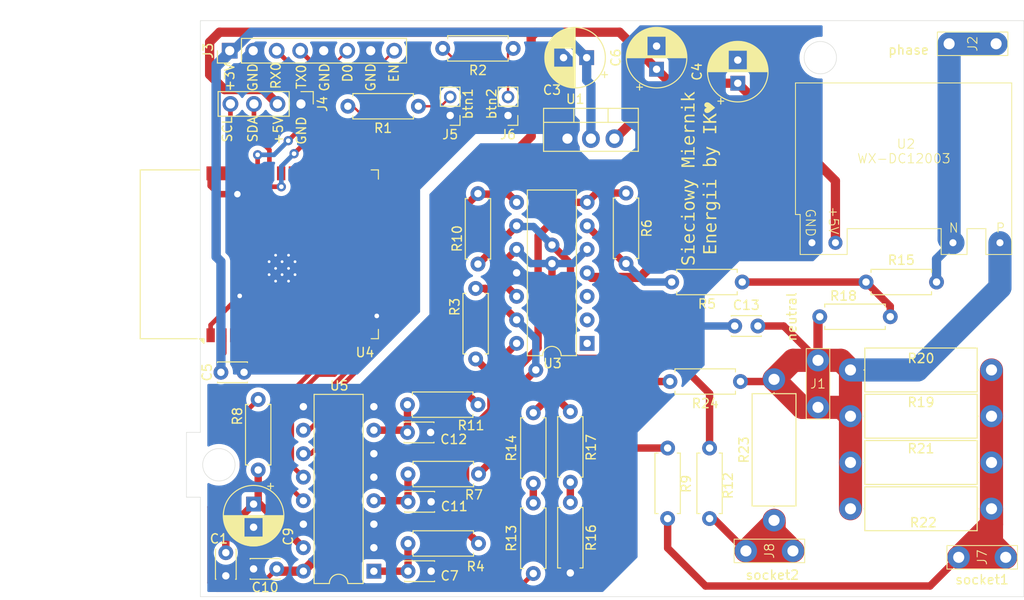
<source format=kicad_pcb>
(kicad_pcb (version 20240108) (generator "pcbnew") (generator_version "8.0")
  (layers (0 "F.Cu" signal) (31 "B.Cu" signal) (34 "B.Paste" user) (35 "F.Paste" user) (36 "B.SilkS" user "B.Silkscreen") (37 "F.SilkS" user "F.Silkscreen") (38 "B.Mask" user) (39 "F.Mask" user) (44 "Edge.Cuts" user))
  (net 0 "")
  (net 1 "+5V")
  (net 2 "+3V3")
  (net 3 "/signal_V")
  (net 4 "Net-(U5-Vref)")
  (net 5 "/signal_I1")
  (net 6 "/signal_I2")
  (net 7 "/neutral")
  (net 8 "/phase")
  (net 9 "/RXD0")
  (net 10 "/TXD0")
  (net 11 "/GPIO0")
  (net 12 "/EN")
  (net 13 "/I2C_SCL")
  (net 14 "/I2C_SDA")
  (net 15 "Net-(J5-Pin_2)")
  (net 16 "Net-(J6-Pin_2)")
  (net 17 "/shunt_I1")
  (net 18 "/shunt_I2")
  (net 19 "/btn_1")
  (net 20 "/btn_2")
  (net 21 "Net-(R3-Pad2)")
  (net 22 "/shunt_V")
  (net 23 "Net-(R6-Pad2)")
  (net 24 "Net-(U3B--)")
  (net 25 "Net-(R10-Pad2)")
  (net 26 "Net-(R13-Pad2)")
  (net 27 "/shifted_neutral")
  (net 28 "Net-(R16-Pad2)")
  (net 31 "/SPI_MISO")
  (net 34 "/ADC_CS")
  (net 36 "/SPI_CLK")
  (net 47 "/SPI_MOSI")
  (net 55 "Net-(U3C--)")
  (net 56 "Net-(U3D--)")
  (net 57 "GNDA")
  (footprint "Resistor_THT:R_Axial_DIN0207_L6.3mm_D2.5mm_P7.62mm_Horizontal" (layer "F.Cu") (at 143.75 106.06 90)
    (property "Reference" "R8")
    (property "Value" "1k")
  )
  (footprint "Resistor_THT:R_Axial_DIN0207_L6.3mm_D2.5mm_P7.62mm_Horizontal" (layer "F.Cu") (at 167.5 83.81 90)
    (property "Reference" "R10")
    (property "Value" "511k")
  )
  (footprint "custom:spade_connector_6.3_0.8" (layer "F.Cu") (at 221.996 115.5)
    (property "Reference" "J7")
    (property "Value" "socket_1")
  )
  (footprint "RF_Module:ESP32-WROOM-32D" (layer "F.Cu") (at 146.86 82.75 90)
    (property "Reference" "U4")
    (property "Value" "ESP32-WROOM-32E")
  )
  (footprint "Resistor_THT:R_Axial_DIN0207_L6.3mm_D2.5mm_P7.62mm_Horizontal" (layer "F.Cu") (at 167.25 86.44 -90)
    (property "Reference" "R3")
    (property "Value" "511k")
  )
  (footprint "Capacitor_THT:C_Disc_D3.0mm_W2.0mm_P2.50mm" (layer "F.Cu") (at 159.88 102)
    (property "Reference" "C12")
    (property "Value" "22n")
  )
  (footprint "Resistor_THT:R_Axial_DIN0207_L6.3mm_D2.5mm_P7.62mm_Horizontal" (layer "F.Cu") (at 167.56 114 180)
    (property "Reference" "R4")
    (property "Value" "220")
  )
  (footprint "Capacitor_THT:C_Disc_D3.0mm_W2.0mm_P2.50mm" (layer "F.Cu") (at 159.94 109.5)
    (property "Reference" "C11")
    (property "Value" "22n")
  )
  (footprint "Resistor_THT:R_Axial_DIN0414_L11.9mm_D4.5mm_P15.24mm_Horizontal" (layer "F.Cu") (at 199.5 96.266 -90)
    (property "Reference" "R23")
    (property "Value" "0R1")
  )
  (footprint "Package_DIP:DIP-14_W7.62mm" (layer "F.Cu") (at 179.3 92.375 180)
    (property "Reference" "U3")
    (property "Value" "MCP604")
  )
  (footprint "Connector_PinHeader_2.54mm:PinHeader_1x08_P2.54mm_Vertical" (layer "F.Cu") (at 140.67 60.75 90)
    (property "Reference" "J3")
    (property "Value" "PROGRAMMING")
  )
  (footprint "Resistor_THT:R_Axial_DIN0414_L11.9mm_D4.5mm_P15.24mm_Horizontal" (layer "F.Cu") (at 207.76 105.25)
    (property "Reference" "R21")
    (property "Value" "0R1")
  )
  (footprint "custom:spade_connector_6.3_0.8" (layer "F.Cu") (at 199 114.808)
    (property "Reference" "J8")
    (property "Value" "socket_2")
  )
  (footprint "Capacitor_THT:C_Disc_D3.0mm_W2.0mm_P2.50mm" (layer "F.Cu") (at 195.25 90.5)
    (property "Reference" "C13")
    (property "Value" "22n")
  )
  (footprint "Capacitor_THT:C_Disc_D3.0mm_W2.0mm_P2.50mm" (layer "F.Cu") (at 140.25 117.5 90)
    (property "Reference" "C1")
    (property "Value" "10n")
  )
  (footprint "Resistor_THT:R_Axial_DIN0207_L6.3mm_D2.5mm_P7.62mm_Horizontal" (layer "F.Cu") (at 177.482 107.38 90)
    (property "Reference" "R17")
    (property "Value" "511k")
  )
  (footprint "Resistor_THT:R_Axial_DIN0207_L6.3mm_D2.5mm_P7.62mm_Horizontal" (layer "F.Cu") (at 192.532 111.31 90)
    (property "Reference" "R12")
    (property "Value" "100k")
  )
  (footprint "Resistor_THT:R_Axial_DIN0207_L6.3mm_D2.5mm_P7.62mm_Horizontal" (layer "F.Cu") (at 171.31 60.5 180)
    (property "Reference" "R2")
    (property "Value" "220R")
  )
  (footprint "Resistor_THT:R_Axial_DIN0207_L6.3mm_D2.5mm_P7.62mm_Horizontal" (layer "F.Cu") (at 209.44 85.75)
    (property "Reference" "R15")
    (property "Value" "220k")
  )
  (footprint "Connector_PinHeader_2.00mm:PinHeader_1x02_P2.00mm_Vertical" (layer "F.Cu") (at 164.5 67.75 180)
    (property "Reference" "J5")
    (property "Value" "BTN1")
  )
  (footprint "Resistor_THT:R_Axial_DIN0207_L6.3mm_D2.5mm_P7.62mm_Horizontal" (layer "F.Cu") (at 195.87 96.5 180)
    (property "Reference" "R24")
    (property "Value" "100k")
  )
  (footprint "Resistor_THT:R_Axial_DIN0414_L11.9mm_D4.5mm_P15.24mm_Horizontal" (layer "F.Cu") (at 207.76 95.25)
    (property "Reference" "R20")
    (property "Value" "0R1")
  )
  (footprint "custom:spade_connector_6.3_0.8" (layer "F.Cu") (at 220.96 60)
    (property "Reference" "J2")
    (property "Value" "phase")
  )
  (footprint "Resistor_THT:R_Axial_DIN0207_L6.3mm_D2.5mm_P7.62mm_Horizontal" (layer "F.Cu") (at 167.5 99 180)
    (property "Reference" "R11")
    (property "Value" "220")
  )
  (footprint "Resistor_THT:R_Axial_DIN0207_L6.3mm_D2.5mm_P7.62mm_Horizontal" (layer "F.Cu") (at 196.06 85.75 180)
    (property "Reference" "R5")
    (property "Value" "100k")
  )
  (footprint "Resistor_THT:R_Axial_DIN0414_L11.9mm_D4.5mm_P15.24mm_Horizontal" (layer "F.Cu") (at 207.76 100.25)
    (property "Reference" "R19")
    (property "Value" "0R1")
  )
  (footprint "Capacitor_THT:CP_Radial_D6.3mm_P2.50mm" (layer "F.Cu") (at 143.25 109.75 -90)
    (property "Reference" "C9")
    (property "Value" "2u2")
  )
  (footprint "Capacitor_THT:CP_Radial_D6.3mm_P2.50mm" (layer "F.Cu") (at 186.804 62.75 90)
    (property "Reference" "C6")
    (property "Value" "33u")
  )
  (footprint "Resistor_THT:R_Axial_DIN0207_L6.3mm_D2.5mm_P7.62mm_Horizontal" (layer "F.Cu") (at 161.06 66.75 180)
    (property "Reference" "R1")
    (property "Value" "220R")
  )
  (footprint "Capacitor_THT:CP_Radial_D6.3mm_P2.50mm" (layer "F.Cu") (at 195.58 64.262 90)
    (property "Reference" "C4")
    (property "Value" "470u")
  )
  (footprint "Resistor_THT:R_Axial_DIN0207_L6.3mm_D2.5mm_P7.62mm_Horizontal" (layer "F.Cu") (at 177.482 117.19 90)
    (property "Reference" "R16")
    (property "Value" "511k")
  )
  (footprint "Connector_PinHeader_2.54mm:PinHeader_1x04_P2.54mm_Vertical" (layer "F.Cu") (at 148.37 66.5 -90)
    (property "Reference" "J4")
    (property "Value" "I2C")
  )
  (footprint "Resistor_THT:R_Axial_DIN0207_L6.3mm_D2.5mm_P7.62mm_Horizontal" (layer "F.Cu") (at 173.482 107.5 90)
    (property "Reference" "R14")
    (property "Value" "511k")
  )
  (footprint "Resistor_THT:R_Axial_DIN0207_L6.3mm_D2.5mm_P7.62mm_Horizontal" (layer "F.Cu") (at 188 111.31 90)
    (property "Reference" "R9")
    (property "Value" "100k")
  )
  (footprint "Capacitor_THT:C_Disc_D3.0mm_W2.0mm_P2.50mm" (layer "F.Cu") (at 139.72 95.504)
    (property "Reference" "C5")
    (property "Value" "100n")
  )
  (footprint "Resistor_THT:R_Axial_DIN0207_L6.3mm_D2.5mm_P7.62mm_Horizontal" (layer "F.Cu") (at 183.5 83.75 90)
    (property "Reference" "R6")
    (property "Value" "511k")
  )
  (footprint "Package_TO_SOT_THT:TO-220-3_Vertical" (layer "F.Cu") (at 177.17 70.25)
    (property "Reference" "U1")
    (property "Value" "LD1117S33TR_SOT223")
  )
  (footprint "Capacitor_THT:C_Disc_D3.0mm_W2.0mm_P2.50mm" (layer "F.Cu") (at 159.94 117)
    (property "Reference" "C7")
    (property "Value" "22n")
  )
  (footprint "custom:spade_connector_6.3_0.8" (layer "F.Cu") (at 204.25 96.75 -90)
    (property "Reference" "J1")
    (property "Value" "neutral")
  )
  (footprint "Capacitor_THT:C_Disc_D3.0mm_W2.0mm_P2.50mm" (layer "F.Cu") (at 145.75 116.75 180)
    (property "Reference" "C10")
    (property "Value" "100n")
  )
  (footprint "Capacitor_THT:CP_Radial_D6.3mm_P2.50mm" (layer "F.Cu") (at 179.25 61.5 180)
    (property "Reference" "C3")
    (property "Value" "47u")
  )
  (footprint "Resistor_THT:R_Axial_DIN0414_L11.9mm_D4.5mm_P15.24mm_Horizontal" (layer "F.Cu") (at 207.76 110.25)
    (property "Reference" "R22")
    (property "Value" "0R1")
  )
  (footprint "Package_DIP:DIP-16_W7.62mm" (layer "F.Cu") (at 156.25 117 180)
    (property "Reference" "U5")
    (property "Value" "MCP3208")
  )
  (footprint "Resistor_THT:R_Axial_DIN0207_L6.3mm_D2.5mm_P7.62mm_Horizontal" (layer "F.Cu") (at 167.56 106.5 180)
    (property "Reference" "R7")
    (property "Value" "220")
  )
  (footprint "Resistor_THT:R_Axial_DIN0207_L6.3mm_D2.5mm_P7.62mm_Horizontal" (layer "F.Cu") (at 173.482 117.25 90)
    (property "Reference" "R13")
    (property "Value" "511k")
  )
  (footprint "custom:WX-DC12003" (layer "F.Cu") (at 203.594 81.501)
    (property "Reference" "U2")
    (property "Value" "~")
  )
  (footprint "Connector_PinHeader_2.00mm:PinHeader_1x02_P2.00mm_Vertical" (layer "F.Cu") (at 170.75 67.75 180)
    (property "Reference" "J6")
    (property "Value" "BTN2")
  )
  (footprint "Resistor_THT:R_Axial_DIN0207_L6.3mm_D2.5mm_P7.62mm_Horizontal" (layer "F.Cu") (at 204.44 89.5)
    (property "Reference" "R18")
    (property "Value" "301R")
  )
  (gr_line (start 136 102) (end 136 109) (stroke (width 0.05)) (layer "Edge.Cuts"))
  (gr_line (start 226.5 119.75) (end 226.5 57.5) (stroke (width 0.05)) (layer "Edge.Cuts"))
  (gr_circle (center 139.5 105.5) (end 141.25 105.5) (stroke (width 0.05)) (fill none) (layer "Edge.Cuts"))
  (gr_line (start 137.5 102) (end 136 102) (stroke (width 0.05)) (layer "Edge.Cuts"))
  (gr_line (start 136 109) (end 137.5 109) (stroke (width 0.05)) (layer "Edge.Cuts"))
  (gr_line (start 137.5 119.75) (end 226.5 119.75) (stroke (width 0.05)) (layer "Edge.Cuts"))
  (gr_line (start 137.5 109) (end 137.5 119.75) (stroke (width 0.05)) (layer "Edge.Cuts"))
  (gr_line (start 137.5 57.5) (end 137.5 102) (stroke (width 0.05)) (layer "Edge.Cuts"))
  (gr_circle (center 204.5 61.5) (end 202.75 61.5) (stroke (width 0.05)) (fill none) (layer "Edge.Cuts"))
  (gr_line (start 137.5 57.5) (end 226.5 57.5) (stroke (width 0.05)) (layer "Edge.Cuts"))
  (gr_text "btn2" (at 169.56 68.25 90) (layer "F.SilkS") (effects (font (size 1 1)) (justify left bottom)))
  (gr_text "socket2" (at 196.342 118 0) (layer "F.SilkS") (effects (font (size 1 1)) (justify left bottom)))
  (gr_text "+3V" (at 141.25 65.25 90) (layer "F.SilkS") (effects (font (size 1 1)) (justify left bottom)))
  (gr_text "GND" (at 143.75 65.25 90) (layer "F.SilkS") (effects (font (size 1 1)) (justify left bottom)))
  (gr_text "phase" (at 211.75 61.25 0) (layer "F.SilkS") (effects (font (size 1 1)) (justify left bottom)))
  (gr_text "neutral" (at 202 92.25 90) (layer "F.SilkS") (effects (font (size 1 1)) (justify left bottom)))
  (gr_text "GND" (at 151.5 65.25 90) (layer "F.SilkS") (effects (font (size 1 1)) (justify left bottom)))
  (gr_text "EN" (at 159 64.25 90) (layer "F.SilkS") (effects (font (size 1 1)) (justify left bottom)))
  (gr_text "SCL" (at 141 70.75 90) (layer "F.SilkS") (effects (font (size 1 1)) (justify left bottom)))
  (gr_text "SDA" (at 143.75 70.75 90) (layer "F.SilkS") (effects (font (size 1 1)) (justify left bottom)))
  (gr_text "D0" (at 154 64.25 90) (layer "F.SilkS") (effects (font (size 1 1)) (justify left bottom)))
  (gr_text "Sieciowy Miernik\n Energii by IK♥" (at 193.5 84 90) (layer "F.SilkS") (effects (font (size 1.4 1.4) (thickness 0.1)) (justify left bottom)))
  (gr_text "GND" (at 156.5 65.25 90) (layer "F.SilkS") (effects (font (size 1 1)) (justify left bottom)))
  (gr_text "btn1" (at 167 68.25 90) (layer "F.SilkS") (effects (font (size 1 1)) (justify left bottom)))
  (gr_text "TX0" (at 149 65 90) (layer "F.SilkS") (effects (font (size 1 1)) (justify left bottom)))
  (gr_text "socket1" (at 219 118.5 0) (layer "F.SilkS") (effects (font (size 1 1)) (justify left bottom)))
  (gr_text "+5V" (at 146.5 71 90) (layer "F.SilkS") (effects (font (size 1 1)) (justify left bottom)))
  (gr_text "RX0" (at 146.25 65 90) (layer "F.SilkS") (effects (font (size 1 1)) (justify left bottom)))
  (gr_text "GND" (at 149 71 90) (layer "F.SilkS") (effects (font (size 1 1)) (justify left bottom)))
  (segment (start 143.5 119) (end 139.25 119) (width 0.5) (layer "F.Cu") (net 1))
  (segment (start 138.5 118.25) (end 138.5 110.046587) (width 0.5) (layer "F.Cu") (net 1))
  (segment (start 163 76.75) (end 163 92.25) (width 1) (layer "F.Cu") (net 1))
  (segment (start 139.57 58.75) (end 173.75 58.75) (width 1) (layer "F.Cu") (net 1))
  (segment (start 146 117) (end 145.75 116.75) (width 1) (layer "F.Cu") (net 1))
  (segment (start 158.75 96.5) (end 155.875 96.5) (width 1) (layer "F.Cu") (net 1))
  (segment (start 173.75 58.75) (end 173.25 59.25) (width 1) (layer "F.Cu") (net 1))
  (segment (start 148.63 117) (end 146 117) (width 1) (layer "F.Cu") (net 1))
  (segment (start 144.28 64.95) (end 140.107968 64.95) (width 1) (layer "F.Cu") (net 1))
  (segment (start 185 85.25) (end 186.5 83.75) (width 1) (layer "F.Cu") (net 1))
  (segment (start 173.75 58.75) (end 182.804 58.75) (width 1) (layer "F.Cu") (net 1))
  (segment (start 171.982 118.75) (end 173.482 117.25) (width 0.5) (layer "F.Cu") (net 1))
  (segment (start 145.75 116.75) (end 143.5 119) (width 0.5) (layer "F.Cu") (net 1))
  (segment (start 182.328 70.25) (end 186.539 66.039) (width 1) (layer "F.Cu") (net 1))
  (segment (start 145.83 66.5) (end 144.28 64.95) (width 1) (layer "F.Cu") (net 1))
  (segment (start 155.25 118.75) (end 171.982 118.75) (width 0.5) (layer "F.Cu") (net 1))
  (segment (start 195.58 64.262) (end 188.316 64.262) (width 1) (layer "F.Cu") (net 1))
  (segment (start 206.134 81.501) (end 206.134 74.816) (width 1) (layer "F.Cu") (net 1))
  (segment (start 142 106.546587) (end 142 100.19) (width 0.5) (layer "F.Cu") (net 1))
  (segment (start 153.5 98.875) (end 153.5 112.13) (width 1) (layer "F.Cu") (net 1))
  (segment (start 182.804 58.75) (end 186.804 62.75) (width 1) (layer "F.Cu") (net 1))
  (segment (start 142 100.19) (end 143.75 98.44) (width 0.5) (layer "F.Cu") (net 1))
  (segment (start 140.107968 64.95) (end 138.5 63.342032) (width 1) (layer "F.Cu") (net 1))
  (segment (start 138.5 59.82) (end 139.57 58.75) (width 1) (layer "F.Cu") (net 1))
  (segment (start 171 72.25) (end 167.5 72.25) (width 1) (layer "F.Cu") (net 1))
  (segment (start 186.5 83.75) (end 186.5 66.078) (width 1) (layer "F.Cu") (net 1))
  (segment (start 167.5 72.25) (end 163 76.75) (width 1) (layer "F.Cu") (net 1))
  (segment (start 163 92.25) (end 158.75 96.5) (width 1) (layer "F.Cu") (net 1))
  (segment (start 155.875 96.5) (end 153.5 98.875) (width 1) (layer "F.Cu") (net 1))
  (segment (start 179.3 84.755) (end 179.795 85.25) (width 1) (layer "F.Cu") (net 1))
  (segment (start 138.5 63.342032) (end 138.5 59.82) (width 1) (layer "F.Cu") (net 1))
  (segment (start 186.539 66.039) (end 188.316 64.262) (width 1) (layer "F.Cu") (net 1))
  (segment (start 173.25 70) (end 171 72.25) (width 1) (layer "F.Cu") (net 1))
  (segment (start 139.25 119) (end 138.5 118.25) (width 0.5) (layer "F.Cu") (net 1))
  (segment (start 173.25 59.25) (end 173.25 70) (width 1) (layer "F.Cu") (net 1))
  (segment (start 138.5 110.046587) (end 142 106.546587) (width 0.5) (layer "F.Cu") (net 1))
  (segment (start 153.5 117) (end 155.25 118.75) (width 0.5) (layer "F.Cu") (net 1))
  (segment (start 188.316 64.262) (end 186.804 62.75) (width 1) (layer "F.Cu") (net 1))
  (segment (start 206.134 74.816) (end 195.58 64.262) (width 1) (layer "F.Cu") (net 1))
  (segment (start 153.5 112.13) (end 148.63 117) (width 1) (layer "F.Cu") (net 1))
  (segment (start 182.25 70.25) (end 182.328 70.25) (width 1) (layer "F.Cu") (net 1))
  (segment (start 153.5 112.13) (end 153.5 117) (width 0.5) (layer "F.Cu") (net 1))
  (segment (start 179.795 85.25) (end 185 85.25) (width 1) (layer "F.Cu") (net 1))
  (segment (start 139.72 93.53) (end 139.88 93.37) (width 0.9) (layer "F.Cu") (net 2))
  (segment (start 139.88 93.37) (end 139.88 91.5) (width 0.9) (layer "F.Cu") (net 2))
  (segment (start 139.72 95.504) (end 139.72 93.53) (width 0.9) (layer "F.Cu") (net 2))
  (segment (start 139.2 62.22) (end 139.2 83.01) (width 1) (layer "B.Cu") (net 2))
  (segment (start 139.2 62.567968) (end 139.2 83.01) (width 1) (layer "B.Cu") (net 2))
  (segment (start 179.25 63.946) (end 179.25 61.5) (width 1) (layer "B.Cu") (net 2))
  (segment (start 179.71 64.406) (end 179.25 63.946) (width 1) (layer "B.Cu") (net 2))
  (segment (start 179.71 70.25) (end 179.71 64.406) (width 1) (layer "B.Cu") (net 2))
  (segment (start 140.67 60.75) (end 139.2 62.22) (width 1) (layer "B.Cu") (net 2))
  (segment (start 143.017968 58.75) (end 139.2 62.567968) (width 1) (layer "B.Cu") (net 2))
  (segment (start 139.72 83.53) (end 139.72 95.504) (width 1) (layer "B.Cu") (net 2))
  (segment (start 176.5 58.75) (end 143.017968 58.75) (width 1) (layer "B.Cu") (net 2))
  (segment (start 139.2 83.01) (end 139.72 83.53) (width 1) (layer "B.Cu") (net 2))
  (segment (start 179.25 61.5) (end 176.5 58.75) (width 1) (layer "B.Cu") (net 2))
  (segment (start 159.82 109.38) (end 159.94 109.5) (width 0.8) (layer "F.Cu") (net 3))
  (segment (start 156.25 109.38) (end 159.82 109.38) (width 0.8) (layer "F.Cu") (net 3))
  (segment (start 159.94 109.5) (end 159.94 106.5) (width 0.8) (layer "F.Cu") (net 3))
  (segment (start 143.75 109.25) (end 143.25 109.75) (width 0.8) (layer "F.Cu") (net 4))
  (segment (start 143.92 109.75) (end 148.63 114.46) (width 0.8) (layer "F.Cu") (net 4))
  (segment (start 143.75 106.06) (end 143.75 109.25) (width 0.8) (layer "F.Cu") (net 4))
  (segment (start 140.25 115) (end 140.25 112.75) (width 0.8) (layer "F.Cu") (net 4))
  (segment (start 140.25 112.75) (end 143.25 109.75) (width 0.8) (layer "F.Cu") (net 4))
  (segment (start 143.25 109.75) (end 143.92 109.75) (width 0.8) (layer "F.Cu") (net 4))
  (segment (start 156.25 117) (end 159.94 117) (width 0.8) (layer "F.Cu") (net 5))
  (segment (start 159.94 117) (end 159.94 114) (width 0.8) (layer "F.Cu") (net 5))
  (segment (start 159.64 101.76) (end 159.88 102) (width 0.8) (layer "F.Cu") (net 6))
  (segment (start 156.25 101.76) (end 159.64 101.76) (width 0.8) (layer "F.Cu") (net 6))
  (segment (start 159.88 102) (end 159.88 99) (width 0.8) (layer "F.Cu") (net 6))
  (segment (start 207.76 100.25) (end 207.76 105.25) (width 2.5) (layer "F.Cu") (net 7))
  (segment (start 204.25 94.21) (end 204.25 89.69) (width 1) (layer "F.Cu") (net 7))
  (segment (start 199.266 96.5) (end 199.5 96.266) (width 0.8) (layer "F.Cu") (net 7))
  (segment (start 204.25 94.21) (end 201.556 94.21) (width 2.5) (layer "F.Cu") (net 7))
  (segment (start 204.25 94.21) (end 200.54 90.5) (width 0.8) (layer "F.Cu") (net 7))
  (segment (start 206.8 99.29) (end 207.76 100.25) (width 2.5) (layer "F.Cu") (net 7))
  (segment (start 195.87 96.5) (end 199.266 96.5) (width 0.8) (layer "F.Cu") (net 7))
  (segment (start 204.25 89.69) (end 204.44 89.5) (width 1) (layer "F.Cu") (net 7))
  (segment (start 207.76 105.25) (end 207.76 110.25) (width 2.5) (layer "F.Cu") (net 7))
  (segment (start 204.25 94.21) (end 204.25 99.29) (width 2.5) (layer "F.Cu") (net 7))
  (segment (start 204.25 99.29) (end 202.524 99.29) (width 2.5) (layer "F.Cu") (net 7))
  (segment (start 201.556 94.21) (end 199.5 96.266) (width 2.5) (layer "F.Cu") (net 7))
  (segment (start 207.76 95.25) (end 207.76 100.25) (width 2.5) (layer "F.Cu") (net 7))
  (segment (start 204.25 99.29) (end 206.8 99.29) (width 2.5) (layer "F.Cu") (net 7))
  (segment (start 202.524 99.29) (end 199.5 96.266) (width 2.5) (layer "F.Cu") (net 7))
  (segment (start 204.25 94.21) (end 206.72 94.21) (width 2.5) (layer "F.Cu") (net 7))
  (segment (start 200.54 90.5) (end 197.75 90.5) (width 0.8) (layer "F.Cu") (net 7))
  (segment (start 206.72 94.21) (end 207.76 95.25) (width 2.5) (layer "F.Cu") (net 7))
  (segment (start 215 95.25) (end 223.914 86.336) (width 2.5) (layer "B.Cu") (net 7))
  (segment (start 223.914 86.336) (end 223.914 81.501) (width 2.5) (layer "B.Cu") (net 7))
  (segment (start 207.76 95.25) (end 215 95.25) (width 2.5) (layer "B.Cu") (net 7))
  (segment (start 218.42 60) (end 218.42 81.087) (width 2.5) (layer "B.Cu") (net 8))
  (segment (start 217.06 85.75) (end 217.06 83.275) (width 1) (layer "B.Cu") (net 8))
  (segment (start 223.5 60) (end 218.42 60) (width 2.5) (layer "B.Cu") (net 8))
  (segment (start 218.42 81.087) (end 218.834 81.501) (width 2.5) (layer "B.Cu") (net 8))
  (segment (start 217.06 83.275) (end 218.834 81.501) (width 1) (layer "B.Cu") (net 8))
  (segment (start 143.69 72) (end 143.69 74) (width 0.5) (layer "F.Cu") (net 9))
  (segment (start 147 70.47) (end 149.97 67.5) (width 0.5) (layer "F.Cu") (net 9))
  (segment (start 149.97 67.5) (end 149.975 67.5) (width 0.5) (layer "F.Cu") (net 9))
  (segment (start 149.975 67.5) (end 149.975 64.975) (width 0.5) (layer "F.Cu") (net 9))
  (segment (start 149.975 64.975) (end 145.75 60.75) (width 0.5) (layer "F.Cu") (net 9))
  (via (at 147 70.47) (size 1) (drill 0.5) (layers "F.Cu" "B.Cu") (net 9))
  (via (at 143.69 72) (size 1) (drill 0.5) (layers "F.Cu" "B.Cu") (net 9))
  (segment (start 145.47 72) (end 143.69 72) (width 0.5) (layer "B.Cu") (net 9))
  (segment (start 147 70.47) (end 145.47 72) (width 0.5) (layer "B.Cu") (net 9))
  (segment (start 150.675 63.135) (end 148.29 60.75) (width 0.5) (layer "F.Cu") (net 10))
  (segment (start 143.040002 75.450002) (end 142.42 74.83) (width 0.5) (layer "F.Cu") (net 10))
  (segment (start 146.25 75.450002) (end 143.040002 75.450002) (width 0.5) (layer "F.Cu") (net 10))
  (segment (start 150.675 68.825) (end 150.675 63.135) (width 0.5) (layer "F.Cu") (net 10))
  (segment (start 142.42 74.83) (end 142.42 74) (width 0.5) (layer "F.Cu") (net 10))
  (segment (start 147.625 71.875) (end 150.675 68.825) (width 0.5) (layer "F.Cu") (net 10))
  (via (at 146.25 75.450002) (size 1) (drill 0.5) (layers "F.Cu" "B.Cu") (net 10))
  (via (at 147.625 71.875) (size 1) (drill 0.5) (layers "F.Cu" "B.Cu") (net 10))
  (segment (start 146.25 73.25) (end 146.25 75.450002) (width 0.5) (layer "B.Cu") (net 10))
  (segment (start 147.625 71.875) (end 146.25 73.25) (width 0.5) (layer "B.Cu") (net 10))
  (segment (start 151.25 69.13) (end 155.12 73) (width 0.25) (layer "F.Cu") (net 11))
  (segment (start 153.37 60.75) (end 151.25 62.87) (width 0.25) (layer "F.Cu") (net 11))
  (segment (start 155.12 73) (end 155.12 74) (width 0.25) (layer "F.Cu") (net 11))
  (segment (start 151.25 62.87) (end 151.25 69.13) (width 0.25) (layer "F.Cu") (net 11))
  (segment (start 152.5 64.75) (end 151.75 65.5) (width 0.25) (layer "F.Cu") (net 12))
  (segment (start 151.75 65.5) (end 151.75 68.25) (width 0.25) (layer "F.Cu") (net 12))
  (segment (start 154.508604 75.355) (end 151.05 78.813604) (width 0.25) (layer "F.Cu") (net 12))
  (segment (start 141.15 90.85) (end 141.15 91.5) (width 0.25) (layer "F.Cu") (net 12))
  (segment (start 151.05 78.813604) (end 151.05 86.563604) (width 0.25) (layer "F.Cu") (net 12))
  (segment (start 154.45 64.75) (end 152.5 64.75) (width 0.25) (layer "F.Cu") (net 12))
  (segment (start 151.75 68.25) (end 153.25 69.75) (width 0.25) (layer "F.Cu") (net 12))
  (segment (start 156.363604 69.75) (end 158.3 71.686396) (width 0.25) (layer "F.Cu") (net 12))
  (segment (start 156.872208 75.355) (end 154.508604 75.355) (width 0.25) (layer "F.Cu") (net 12))
  (segment (start 151.05 86.563604) (end 147.863604 89.75) (width 0.25) (layer "F.Cu") (net 12))
  (segment (start 158.45 60.75) (end 154.45 64.75) (width 0.25) (layer "F.Cu") (net 12))
  (segment (start 158.3 73.927208) (end 156.872208 75.355) (width 0.25) (layer "F.Cu") (net 12))
  (segment (start 142.25 89.75) (end 141.15 90.85) (width 0.25) (layer "F.Cu") (net 12))
  (segment (start 147.863604 89.75) (end 142.25 89.75) (width 0.25) (layer "F.Cu") (net 12))
  (segment (start 153.25 69.75) (end 156.363604 69.75) (width 0.25) (layer "F.Cu") (net 12))
  (segment (start 158.3 71.686396) (end 158.3 73.927208) (width 0.25) (layer "F.Cu") (net 12))
  (segment (start 141.15 72.75) (end 140.75 72.35) (width 0.5) (layer "F.Cu") (net 13))
  (segment (start 141.15 74) (end 141.15 72.75) (width 0.5) (layer "F.Cu") (net 13))
  (segment (start 140.75 72.35) (end 140.75 66.5) (width 0.5) (layer "F.Cu") (net 13))
  (segment (start 143.29 69.79) (end 144.96 71.46) (width 0.5) (layer "F.Cu") (net 14))
  (segment (start 143.25 66.54) (end 143.29 66.5) (width 0.5) (layer "F.Cu") (net 14))
  (segment (start 144.96 71.46) (end 144.96 74) (width 0.5) (layer "F.Cu") (net 14))
  (segment (start 143.29 66.5) (end 143.29 69.79) (width 0.5) (layer "F.Cu") (net 14))
  (segment (start 163.5 66.75) (end 161.06 66.75) (width 0.25) (layer "F.Cu") (net 15))
  (segment (start 163.5 66.75) (end 164.5 65.75) (width 0.25) (layer "F.Cu") (net 15))
  (segment (start 170.75 61.06) (end 171.31 60.5) (width 0.25) (layer "F.Cu") (net 16))
  (segment (start 170.75 65.75) (end 170.75 61.06) (width 0.25) (layer "F.Cu") (net 16))
  (segment (start 219.456 115.5) (end 224.536 115.5) (width 2.5) (layer "F.Cu") (net 17))
  (segment (start 223 95.25) (end 223 100.25) (width 2.5) (layer "F.Cu") (net 17))
  (segment (start 188 114.5) (end 192.1 118.6) (width 0.8) (layer "F.Cu") (net 17))
  (segment (start 223 100.25) (end 223 105.25) (width 2.5) (layer "F.Cu") (net 17))
  (segment (start 216.356 118.6) (end 219.456 115.5) (width 0.8) (layer "F.Cu") (net 17))
  (segment (start 223 113.964) (end 224.536 115.5) (width 2.5) (layer "F.Cu") (net 17))
  (segment (start 223 111.956) (end 219.456 115.5) (width 2.5) (layer "F.Cu") (net 17))
  (segment (start 223 110.25) (end 223 113.964) (width 2.5) (layer "F.Cu") (net 17))
  (segment (start 223 110.25) (end 223 111.956) (width 2.5) (layer "F.Cu") (net 17))
  (segment (start 188 111.31) (end 188 114.5) (width 0.8) (layer "F.Cu") (net 17))
  (segment (start 223 105.25) (end 223 110.25) (width 2.5) (layer "F.Cu") (net 17))
  (segment (start 192.1 118.6) (end 216.356 118.6) (width 0.8) (layer "F.Cu") (net 17))
  (segment (start 199.5 111.768) (end 196.46 114.808) (width 2.5) (layer "F.Cu") (net 18))
  (segment (start 199.5 112.768) (end 201.54 114.808) (width 2.5) (layer "F.Cu") (net 18))
  (segment (start 201.54 114.808) (end 196.46 114.808) (width 2.5) (layer "F.Cu") (net 18))
  (segment (start 192.532 111.31) (end 192.962 111.31) (width 0.8) (layer "F.Cu") (net 18))
  (segment (start 199.5 111.506) (end 199.5 111.768) (width 2.5) (layer "F.Cu") (net 18))
  (segment (start 192.962 111.31) (end 196.46 114.808) (width 0.8) (layer "F.Cu") (net 18))
  (segment (start 199.5 111.506) (end 199.5 112.768) (width 2.5) (layer "F.Cu") (net 18))
  (segment (start 157.058604 75.805) (end 154.695 75.805) (width 0.25) (layer "F.Cu") (net 19))
  (segment (start 147.5 91) (end 147.5 91.5) (width 0.25) (layer "F.Cu") (net 19))
  (segment (start 158.75 74.113604) (end 157.058604 75.805) (width 0.25) (layer "F.Cu") (net 19))
  (segment (start 154 66.75) (end 158.75 71.5) (width 0.25) (layer "F.Cu") (net 19))
  (segment (start 151.5 79) (end 151.5 87) (width 0.25) (layer "F.Cu") (net 19))
  (segment (start 154.695 75.805) (end 151.5 79) (width 0.25) (layer "F.Cu") (net 19))
  (segment (start 151.5 87) (end 147.5 91) (width 0.25) (layer "F.Cu") (net 19))
  (segment (start 153.44 66.75) (end 154 66.75) (width 0.25) (layer "F.Cu") (net 19))
  (segment (start 158.75 71.5) (end 158.75 74.113604) (width 0.25) (layer "F.Cu") (net 19))
  (segment (start 148.77 90.73) (end 148.77 91.5) (width 0.25) (layer "F.Cu") (net 20))
  (segment (start 154.881396 76.255) (end 152 79.136396) (width 0.25) (layer "F.Cu") (net 20))
  (segment (start 167.75 68) (end 159.495 76.255) (width 0.25) (layer "F.Cu") (net 20))
  (segment (start 152 87.5) (end 148.77 90.73) (width 0.25) (layer "F.Cu") (net 20))
  (segment (start 163.75 60.5) (end 167.75 64.5) (width 0.25) (layer "F.Cu") (net 20))
  (segment (start 167.75 64.5) (end 167.75 68) (width 0.25) (layer "F.Cu") (net 20))
  (segment (start 159.495 76.255) (end 154.881396 76.255) (width 0.25) (layer "F.Cu") (net 20))
  (segment (start 163.69 60.5) (end 163.75 60.5) (width 0.25) (layer "F.Cu") (net 20))
  (segment (start 152 79.136396) (end 152 87.5) (width 0.25) (layer "F.Cu") (net 20))
  (segment (start 168.9 95.71) (end 167.25 94.06) (width 0.8) (layer "F.Cu") (net 21))
  (segment (start 166.16 112.6) (end 166.16 102.319899) (width 0.8) (layer "F.Cu") (net 21))
  (segment (start 167.56 114) (end 166.16 112.6) (width 0.8) (layer "F.Cu") (net 21))
  (segment (start 168.9 95.71) (end 168.9 95.155) (width 0.8) (layer "F.Cu") (net 21))
  (segment (start 168.9 99.579899) (end 168.9 95.71) (width 0.8) (layer "F.Cu") (net 21))
  (segment (start 168.9 95.155) (end 171.68 92.375) (width 0.8) (layer "F.Cu") (net 21))
  (segment (start 166.16 102.319899) (end 168.9 99.579899) (width 0.8) (layer "F.Cu") (net 21))
  (segment (start 196.06 85.75) (end 209.44 85.75) (width 0.8) (layer "F.Cu") (net 22))
  (segment (start 212.06 88.37) (end 209.44 85.75) (width 0.8) (layer "F.Cu") (net 22))
  (segment (start 211.75 89.5) (end 212.06 89.5) (width 0.8) (layer "F.Cu") (net 22))
  (segment (start 212.06 89.5) (end 212.06 88.37) (width 0.8) (layer "F.Cu") (net 22))
  (segment (start 170.5 103.56) (end 170.5 96.375) (width 0.8) (layer "F.Cu") (net 23))
  (segment (start 174 92.875) (end 174 80.75) (width 0.8) (layer "F.Cu") (net 23))
  (segment (start 174 80.75) (end 177.615 77.135) (width 0.8) (layer "F.Cu") (net 23))
  (segment (start 183.5 76.13) (end 180.305 76.13) (width 0.8) (layer "F.Cu") (net 23))
  (segment (start 177.615 77.135) (end 179.3 77.135) (width 0.8) (layer "F.Cu") (net 23))
  (segment (start 180.305 76.13) (end 179.3 77.135) (width 0.8) (layer "F.Cu") (net 23))
  (segment (start 170.5 96.375) (end 174 92.875) (width 0.8) (layer "F.Cu") (net 23))
  (segment (start 167.56 106.5) (end 170.5 103.56) (width 0.8) (layer "F.Cu") (net 23))
  (segment (start 183.375 83.75) (end 179.3 79.675) (width 0.8) (layer "F.Cu") (net 24))
  (segment (start 183.5 83.75) (end 183.375 83.75) (width 0.8) (layer "F.Cu") (net 24))
  (segment (start 185.5 85.75) (end 183.5 83.75) (width 0.8) (layer "B.Cu") (net 24))
  (segment (start 188.44 85.75) (end 185.5 85.75) (width 0.8) (layer "B.Cu") (net 24))
  (segment (start 167.56 76.25) (end 167.5 76.19) (width 0.8) (layer "F.Cu") (net 25))
  (segment (start 170.795 76.25) (end 167.56 76.25) (width 0.8) (layer "F.Cu") (net 25))
  (segment (start 167.5 99) (end 164.75 96.25) (width 0.8) (layer "F.Cu") (net 25))
  (segment (start 164.75 78.94) (end 167.5 76.19) (width 0.8) (layer "F.Cu") (net 25))
  (segment (start 171.68 77.135) (end 170.795 76.25) (width 0.8) (layer "F.Cu") (net 25))
  (segment (start 164.75 96.25) (end 164.75 78.94) (width 0.8) (layer "F.Cu") (net 25))
  (segment (start 173.482 109.63) (end 173.482 107.5) (width 0.8) (layer "F.Cu") (net 26))
  (segment (start 170 83.895) (end 170 85.615) (width 0.8) (layer "F.Cu") (net 27))
  (segment (start 171.68 82.215) (end 170 83.895) (width 0.8) (layer "F.Cu") (net 27))
  (segment (start 178.5 96.5) (end 175.5 93.5) (width 0.8) (layer "F.Cu") (net 27))
  (segment (start 177.482 99.76) (end 175.5 97.778) (width 0.8) (layer "F.Cu") (net 27))
  (segment (start 175.5 97.862) (end 175.5 97.778) (width 0.8) (layer "F.Cu") (net 27))
  (segment (start 175.5 93.5) (end 175.5 83.75) (width 0.8) (layer "F.Cu") (net 27))
  (segment (start 170 85.615) (end 171.68 87.295) (width 0.8) (layer "F.Cu") (net 27))
  (segment (start 173.482 99.88) (end 175.5 97.862) (width 0.8) (layer "F.Cu") (net 27))
  (segment (start 188.25 96.5) (end 178.5 96.5) (width 0.8) (layer "F.Cu") (net 27))
  (segment (start 175.5 97.778) (end 175.5 93.5) (width 0.8) (layer "F.Cu") (net 27))
  (via (at 175.5 83.75) (size 1.6) (drill 0.8) (layers "F.Cu" "B.Cu") (net 27))
  (segment (start 175.5 83.75) (end 177.765 83.75) (width 0.8) (layer "B.Cu") (net 27))
  (segment (start 177.765 83.75) (end 179.3 82.215) (width 0.8) (layer "B.Cu") (net 27))
  (segment (start 175.5 83.75) (end 173.215 83.75) (width 0.8) (layer "B.Cu") (net 27))
  (segment (start 173.215 83.75) (end 171.68 82.215) (width 0.8) (layer "B.Cu") (net 27))
  (segment (start 177.482 109.57) (end 177.482 107.38) (width 0.8) (layer "F.Cu") (net 28))
  (segment (start 150.25 95.75) (end 151.98995 95.75) (width 0.5) (layer "F.Cu") (net 31))
  (segment (start 147.38 98.62) (end 150.25 95.75) (width 0.5) (layer "F.Cu") (net 31))
  (segment (start 148.63 106.84) (end 147.38 105.59) (width 0.5) (layer "F.Cu") (net 31))
  (segment (start 155.12 92.61995) (end 155.12 91.5) (width 0.5) (layer "F.Cu") (net 31))
  (segment (start 147.38 105.59) (end 147.38 98.62) (width 0.5) (layer "F.Cu") (net 31))
  (segment (start 151.98995 95.75) (end 155.12 92.61995) (width 0.5) (layer "F.Cu") (net 31))
  (segment (start 156.02 90.52) (end 155.17 89.67) (width 0.5) (layer "F.Cu") (net 34))
  (segment (start 155.54 78.3) (end 156.37 78.3) (width 0.5) (layer "F.Cu") (net 34))
  (segment (start 155.17 89.67) (end 155.17 78.67) (width 0.5) (layer "F.Cu") (net 34))
  (segment (start 155.17 78.67) (end 155.54 78.3) (width 0.5) (layer "F.Cu") (net 34))
  (segment (start 156.02 92.73) (end 156.02 90.52) (width 0.5) (layer "F.Cu") (net 34))
  (segment (start 149.24 101.76) (end 151.05 99.95) (width 0.5) (layer "F.Cu") (net 34))
  (segment (start 148.63 101.76) (end 149.24 101.76) (width 0.5) (layer "F.Cu") (net 34))
  (segment (start 151.05 99.95) (end 151.05 97.7) (width 0.5) (layer "F.Cu") (net 34))
  (segment (start 151.05 97.7) (end 156.02 92.73) (width 0.5) (layer "F.Cu") (net 34))
  (segment (start 146.68 98.27) (end 149.9 95.05) (width 0.5) (layer "F.Cu") (net 36))
  (segment (start 151.7 95.05) (end 153.85 92.9) (width 0.5) (layer "F.Cu") (net 36))
  (segment (start 148.63 109.38) (end 146.68 107.43) (width 0.5) (layer "F.Cu") (net 36))
  (segment (start 153.85 92.9) (end 153.85 91.5) (width 0.5) (layer "F.Cu") (net 36))
  (segment (start 146.68 107.43) (end 146.68 98.27) (width 0.5) (layer "F.Cu") (net 36))
  (segment (start 149.9 95.05) (end 151.7 95.05) (width 0.5) (layer "F.Cu") (net 36))
  (segment (start 152 101.75) (end 152 97.75) (width 0.5) (layer "F.Cu") (net 47))
  (segment (start 157.57 87.56) (end 157.2 87.19) (width 0.5) (layer "F.Cu") (net 47))
  (segment (start 157.57 92.18) (end 157.57 87.56) (width 0.5) (layer "F.Cu") (net 47))
  (segment (start 157.2 87.19) (end 156.37 87.19) (width 0.5) (layer "F.Cu") (net 47))
  (segment (start 148.63 104.3) (end 149.45 104.3) (width 0.5) (layer "F.Cu") (net 47))
  (segment (start 149.45 104.3) (end 152 101.75) (width 0.5) (layer "F.Cu") (net 47))
  (segment (start 152 97.75) (end 157.57 92.18) (width 0.5) (layer "F.Cu") (net 47))
  (segment (start 167.5 83.81) (end 167.545 83.81) (width 0.8) (layer "F.Cu") (net 55))
  (segment (start 178.125 94) (end 177.5 93.375) (width 0.8) (layer "F.Cu") (net 55))
  (segment (start 188.729899 94) (end 178.125 94) (width 0.8) (layer "F.Cu") (net 55))
  (segment (start 177.5 93.375) (end 177.5 83.75) (width 0.8) (layer "F.Cu") (net 55))
  (segment (start 192.532 103.69) (end 192.532 97.802101) (width 0.8) (layer "F.Cu") (net 55))
  (segment (start 177.5 83.75) (end 175.5 81.75) (width 0.8) (layer "F.Cu") (net 55))
  (segment (start 192.532 97.802101) (end 188.729899 94) (width 0.8) (layer "F.Cu") (net 55))
  (segment (start 167.545 83.81) (end 171.68 79.675) (width 0.8) (layer "F.Cu") (net 55))
  (via (at 175.5 81.75) (size 1.6) (drill 0.8) (layers "F.Cu" "B.Cu") (net 55))
  (segment (start 175.5 81.75) (end 173.5 79.75) (width 0.8) (layer "B.Cu") (net 55))
  (segment (start 171.755 79.75) (end 171.68 79.675) (width 0.8) (layer "B.Cu") (net 55))
  (segment (start 173.5 79.75) (end 171.755 79.75) (width 0.8) (layer "B.Cu") (net 55))
  (segment (start 171.75 100.75) (end 171.75 97.25) (width 0.8) (layer "F.Cu") (net 56))
  (segment (start 167.25 86.44) (end 168.285 86.44) (width 0.8) (layer "F.Cu") (net 56))
  (segment (start 188 103.69) (end 174.69 103.69) (width 0.8) (layer "F.Cu") (net 56))
  (segment (start 168.285 86.44) (end 171.68 89.835) (width 0.8) (layer "F.Cu") (net 56))
  (segment (start 171.75 97.25) (end 173.75 95.25) (width 0.8) (layer "F.Cu") (net 56))
  (segment (start 174.69 103.69) (end 171.75 100.75) (width 0.8) (layer "F.Cu") (net 56))
  (via (at 173.75 95.25) (size 1.6) (drill 0.8) (layers "F.Cu" "B.Cu") (net 56))
  (segment (start 173.75 95.25) (end 173.75 91.905) (width 0.8) (layer "B.Cu") (net 56))
  (segment (start 173.75 91.905) (end 171.68 89.835) (width 0.8) (layer "B.Cu") (net 56))
  (segment (start 138.61 91.5) (end 138.61 90.39) (width 0.5) (layer "F.Cu") (net 57))
  (segment (start 138.61 75.33) (end 139.53 76.25) (width 0.7) (layer "F.Cu") (net 57))
  (segment (start 139.53 76.25) (end 141.5 76.25) (width 0.7) (layer "F.Cu") (net 57))
  (segment (start 156.37 89.216496) (end 156.564277 89.410773) (width 0.5) (layer "F.Cu") (net 57))
  (segment (start 138.61 74) (end 138.61 75.33) (width 0.7) (layer "F.Cu") (net 57))
  (segment (start 138.61 90.39) (end 141.75 87.25) (width 0.5) (layer "F.Cu") (net 57))
  (segment (start 156.37 88.46) (end 156.37 89.216496) (width 0.5) (layer "F.Cu") (net 57))
  (via (at 141.5 76.25) (size 1.4) (drill 0.7) (layers "F.Cu" "B.Cu") (net 57))
  (via (at 141.75 87.25) (size 1) (drill 0.5) (layers "F.Cu" "B.Cu") (net 57))
  (via (at 156.564277 89.410773) (size 1) (drill 0.5) (layers "F.Cu" "B.Cu") (net 57))
  (segment (start 195.25 90.5) (end 191.5 90.5) (width 0.8) (layer "B.Cu") (net 57))
  (zone (net 57) (net_name "GNDA") (layer "B.Cu") (connect_pads yes (clearance 0.5)) (min_thickness 0.25) (fill yes (thermal_gap 0.5) (thermal_bridge_width 0.5))
    (polygon (pts (xy 203.75 83.5) (xy 204.75 82.5) (xy 204.75 66) (xy 204.75 64) (xy 204.75 58) (xy 202.75 58) (xy 199.75 58) (xy 185 58) (xy 183 60) (xy 183 68.25) (xy 184.5 69.5) (xy 184.5 71.25) (xy 183 72.5) (xy 179.5 72.5) (xy 178.5 71.5) (xy 178.5 68.25) (xy 178 67.75) (xy 178 58) (xy 138 58) (xy 138.25 95.75) (xy 154.5 95.75) (xy 161.25 89) (xy 161.25 75.75) (xy 167.25 69.75) (xy 174.5 69.75) (xy 174.5 70.75) (xy 167.75 70.75) (xy 162.25 76.25) (xy 162.25 89.25) (xy 154.75 96.75) (xy 138.25 96.75) (xy 138.25 119.25) (xy 181 119.25) (xy 184.75 115.5) (xy 184.75 102) (xy 192 94.75) (xy 192 87.25) (xy 195.75 83.5)))
  )
)
</source>
